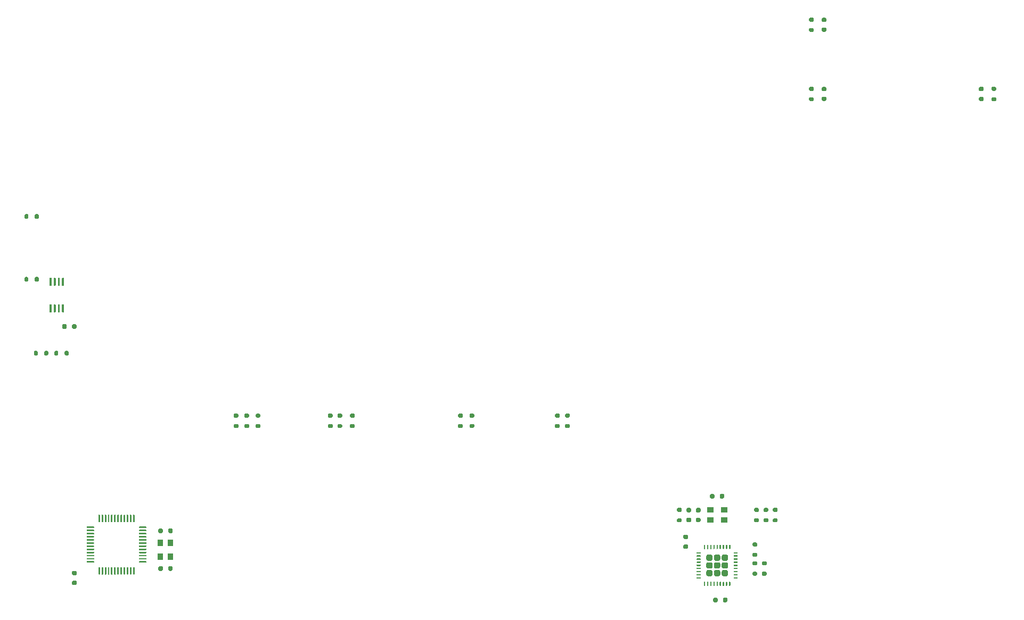
<source format=gtp>
G04 #@! TF.GenerationSoftware,KiCad,Pcbnew,5.1.8*
G04 #@! TF.CreationDate,2020-12-18T22:11:15+01:00*
G04 #@! TF.ProjectId,atx,6174782e-6b69-4636-9164-5f7063625858,rev?*
G04 #@! TF.SameCoordinates,Original*
G04 #@! TF.FileFunction,Paste,Top*
G04 #@! TF.FilePolarity,Positive*
%FSLAX46Y46*%
G04 Gerber Fmt 4.6, Leading zero omitted, Abs format (unit mm)*
G04 Created by KiCad (PCBNEW 5.1.8) date 2020-12-18 22:11:15*
%MOMM*%
%LPD*%
G01*
G04 APERTURE LIST*
%ADD10R,0.920000X1.120000*%
%ADD11R,1.120000X0.920000*%
G04 APERTURE END LIST*
G04 #@! TO.C,U2*
G36*
G01*
X18105000Y-104537500D02*
X17945000Y-104537500D01*
G75*
G02*
X17865000Y-104457500I0J80000D01*
G01*
X17865000Y-103317500D01*
G75*
G02*
X17945000Y-103237500I80000J0D01*
G01*
X18105000Y-103237500D01*
G75*
G02*
X18185000Y-103317500I0J-80000D01*
G01*
X18185000Y-104457500D01*
G75*
G02*
X18105000Y-104537500I-80000J0D01*
G01*
G37*
G36*
G01*
X18755000Y-104537500D02*
X18595000Y-104537500D01*
G75*
G02*
X18515000Y-104457500I0J80000D01*
G01*
X18515000Y-103317500D01*
G75*
G02*
X18595000Y-103237500I80000J0D01*
G01*
X18755000Y-103237500D01*
G75*
G02*
X18835000Y-103317500I0J-80000D01*
G01*
X18835000Y-104457500D01*
G75*
G02*
X18755000Y-104537500I-80000J0D01*
G01*
G37*
G36*
G01*
X19405000Y-104537500D02*
X19245000Y-104537500D01*
G75*
G02*
X19165000Y-104457500I0J80000D01*
G01*
X19165000Y-103317500D01*
G75*
G02*
X19245000Y-103237500I80000J0D01*
G01*
X19405000Y-103237500D01*
G75*
G02*
X19485000Y-103317500I0J-80000D01*
G01*
X19485000Y-104457500D01*
G75*
G02*
X19405000Y-104537500I-80000J0D01*
G01*
G37*
G36*
G01*
X20055000Y-104537500D02*
X19895000Y-104537500D01*
G75*
G02*
X19815000Y-104457500I0J80000D01*
G01*
X19815000Y-103317500D01*
G75*
G02*
X19895000Y-103237500I80000J0D01*
G01*
X20055000Y-103237500D01*
G75*
G02*
X20135000Y-103317500I0J-80000D01*
G01*
X20135000Y-104457500D01*
G75*
G02*
X20055000Y-104537500I-80000J0D01*
G01*
G37*
G36*
G01*
X20055000Y-108762500D02*
X19895000Y-108762500D01*
G75*
G02*
X19815000Y-108682500I0J80000D01*
G01*
X19815000Y-107542500D01*
G75*
G02*
X19895000Y-107462500I80000J0D01*
G01*
X20055000Y-107462500D01*
G75*
G02*
X20135000Y-107542500I0J-80000D01*
G01*
X20135000Y-108682500D01*
G75*
G02*
X20055000Y-108762500I-80000J0D01*
G01*
G37*
G36*
G01*
X19405000Y-108762500D02*
X19245000Y-108762500D01*
G75*
G02*
X19165000Y-108682500I0J80000D01*
G01*
X19165000Y-107542500D01*
G75*
G02*
X19245000Y-107462500I80000J0D01*
G01*
X19405000Y-107462500D01*
G75*
G02*
X19485000Y-107542500I0J-80000D01*
G01*
X19485000Y-108682500D01*
G75*
G02*
X19405000Y-108762500I-80000J0D01*
G01*
G37*
G36*
G01*
X18755000Y-108762500D02*
X18595000Y-108762500D01*
G75*
G02*
X18515000Y-108682500I0J80000D01*
G01*
X18515000Y-107542500D01*
G75*
G02*
X18595000Y-107462500I80000J0D01*
G01*
X18755000Y-107462500D01*
G75*
G02*
X18835000Y-107542500I0J-80000D01*
G01*
X18835000Y-108682500D01*
G75*
G02*
X18755000Y-108762500I-80000J0D01*
G01*
G37*
G36*
G01*
X18105000Y-108762500D02*
X17945000Y-108762500D01*
G75*
G02*
X17865000Y-108682500I0J80000D01*
G01*
X17865000Y-107542500D01*
G75*
G02*
X17945000Y-107462500I80000J0D01*
G01*
X18105000Y-107462500D01*
G75*
G02*
X18185000Y-107542500I0J-80000D01*
G01*
X18185000Y-108682500D01*
G75*
G02*
X18105000Y-108762500I-80000J0D01*
G01*
G37*
G04 #@! TD*
G04 #@! TO.C,R24*
G36*
G01*
X14495000Y-93280000D02*
X14495000Y-93720000D01*
G75*
G02*
X14335000Y-93880000I-160000J0D01*
G01*
X14015000Y-93880000D01*
G75*
G02*
X13855000Y-93720000I0J160000D01*
G01*
X13855000Y-93280000D01*
G75*
G02*
X14015000Y-93120000I160000J0D01*
G01*
X14335000Y-93120000D01*
G75*
G02*
X14495000Y-93280000I0J-160000D01*
G01*
G37*
G36*
G01*
X16145000Y-93280000D02*
X16145000Y-93720000D01*
G75*
G02*
X15985000Y-93880000I-160000J0D01*
G01*
X15665000Y-93880000D01*
G75*
G02*
X15505000Y-93720000I0J160000D01*
G01*
X15505000Y-93280000D01*
G75*
G02*
X15665000Y-93120000I160000J0D01*
G01*
X15985000Y-93120000D01*
G75*
G02*
X16145000Y-93280000I0J-160000D01*
G01*
G37*
G04 #@! TD*
G04 #@! TO.C,R23*
G36*
G01*
X14495000Y-103280000D02*
X14495000Y-103720000D01*
G75*
G02*
X14335000Y-103880000I-160000J0D01*
G01*
X14015000Y-103880000D01*
G75*
G02*
X13855000Y-103720000I0J160000D01*
G01*
X13855000Y-103280000D01*
G75*
G02*
X14015000Y-103120000I160000J0D01*
G01*
X14335000Y-103120000D01*
G75*
G02*
X14495000Y-103280000I0J-160000D01*
G01*
G37*
G36*
G01*
X16145000Y-103280000D02*
X16145000Y-103720000D01*
G75*
G02*
X15985000Y-103880000I-160000J0D01*
G01*
X15665000Y-103880000D01*
G75*
G02*
X15505000Y-103720000I0J160000D01*
G01*
X15505000Y-103280000D01*
G75*
G02*
X15665000Y-103120000I160000J0D01*
G01*
X15985000Y-103120000D01*
G75*
G02*
X16145000Y-103280000I0J-160000D01*
G01*
G37*
G04 #@! TD*
G04 #@! TO.C,R22*
G36*
G01*
X15995000Y-115030000D02*
X15995000Y-115470000D01*
G75*
G02*
X15835000Y-115630000I-160000J0D01*
G01*
X15515000Y-115630000D01*
G75*
G02*
X15355000Y-115470000I0J160000D01*
G01*
X15355000Y-115030000D01*
G75*
G02*
X15515000Y-114870000I160000J0D01*
G01*
X15835000Y-114870000D01*
G75*
G02*
X15995000Y-115030000I0J-160000D01*
G01*
G37*
G36*
G01*
X17645000Y-115030000D02*
X17645000Y-115470000D01*
G75*
G02*
X17485000Y-115630000I-160000J0D01*
G01*
X17165000Y-115630000D01*
G75*
G02*
X17005000Y-115470000I0J160000D01*
G01*
X17005000Y-115030000D01*
G75*
G02*
X17165000Y-114870000I160000J0D01*
G01*
X17485000Y-114870000D01*
G75*
G02*
X17645000Y-115030000I0J-160000D01*
G01*
G37*
G04 #@! TD*
G04 #@! TO.C,R21*
G36*
G01*
X20255000Y-115470000D02*
X20255000Y-115030000D01*
G75*
G02*
X20415000Y-114870000I160000J0D01*
G01*
X20735000Y-114870000D01*
G75*
G02*
X20895000Y-115030000I0J-160000D01*
G01*
X20895000Y-115470000D01*
G75*
G02*
X20735000Y-115630000I-160000J0D01*
G01*
X20415000Y-115630000D01*
G75*
G02*
X20255000Y-115470000I0J160000D01*
G01*
G37*
G36*
G01*
X18605000Y-115470000D02*
X18605000Y-115030000D01*
G75*
G02*
X18765000Y-114870000I160000J0D01*
G01*
X19085000Y-114870000D01*
G75*
G02*
X19245000Y-115030000I0J-160000D01*
G01*
X19245000Y-115470000D01*
G75*
G02*
X19085000Y-115630000I-160000J0D01*
G01*
X18765000Y-115630000D01*
G75*
G02*
X18605000Y-115470000I0J160000D01*
G01*
G37*
G04 #@! TD*
G04 #@! TO.C,C9*
G36*
G01*
X21415000Y-111200000D02*
X21415000Y-110800000D01*
G75*
G02*
X21595000Y-110620000I180000J0D01*
G01*
X21955000Y-110620000D01*
G75*
G02*
X22135000Y-110800000I0J-180000D01*
G01*
X22135000Y-111200000D01*
G75*
G02*
X21955000Y-111380000I-180000J0D01*
G01*
X21595000Y-111380000D01*
G75*
G02*
X21415000Y-111200000I0J180000D01*
G01*
G37*
G36*
G01*
X19865000Y-111200000D02*
X19865000Y-110800000D01*
G75*
G02*
X20045000Y-110620000I180000J0D01*
G01*
X20405000Y-110620000D01*
G75*
G02*
X20585000Y-110800000I0J-180000D01*
G01*
X20585000Y-111200000D01*
G75*
G02*
X20405000Y-111380000I-180000J0D01*
G01*
X20045000Y-111380000D01*
G75*
G02*
X19865000Y-111200000I0J180000D01*
G01*
G37*
G04 #@! TD*
G04 #@! TO.C,C6*
G36*
G01*
X36715000Y-149700000D02*
X36715000Y-149300000D01*
G75*
G02*
X36895000Y-149120000I180000J0D01*
G01*
X37255000Y-149120000D01*
G75*
G02*
X37435000Y-149300000I0J-180000D01*
G01*
X37435000Y-149700000D01*
G75*
G02*
X37255000Y-149880000I-180000J0D01*
G01*
X36895000Y-149880000D01*
G75*
G02*
X36715000Y-149700000I0J180000D01*
G01*
G37*
G36*
G01*
X35165000Y-149700000D02*
X35165000Y-149300000D01*
G75*
G02*
X35345000Y-149120000I180000J0D01*
G01*
X35705000Y-149120000D01*
G75*
G02*
X35885000Y-149300000I0J-180000D01*
G01*
X35885000Y-149700000D01*
G75*
G02*
X35705000Y-149880000I-180000J0D01*
G01*
X35345000Y-149880000D01*
G75*
G02*
X35165000Y-149700000I0J180000D01*
G01*
G37*
G04 #@! TD*
G04 #@! TO.C,C7*
G36*
G01*
X35885000Y-143300000D02*
X35885000Y-143700000D01*
G75*
G02*
X35705000Y-143880000I-180000J0D01*
G01*
X35345000Y-143880000D01*
G75*
G02*
X35165000Y-143700000I0J180000D01*
G01*
X35165000Y-143300000D01*
G75*
G02*
X35345000Y-143120000I180000J0D01*
G01*
X35705000Y-143120000D01*
G75*
G02*
X35885000Y-143300000I0J-180000D01*
G01*
G37*
G36*
G01*
X37435000Y-143300000D02*
X37435000Y-143700000D01*
G75*
G02*
X37255000Y-143880000I-180000J0D01*
G01*
X36895000Y-143880000D01*
G75*
G02*
X36715000Y-143700000I0J180000D01*
G01*
X36715000Y-143300000D01*
G75*
G02*
X36895000Y-143120000I180000J0D01*
G01*
X37255000Y-143120000D01*
G75*
G02*
X37435000Y-143300000I0J-180000D01*
G01*
G37*
G04 #@! TD*
G04 #@! TO.C,U1*
G36*
G01*
X33252500Y-148390000D02*
X33252500Y-148510000D01*
G75*
G02*
X33192500Y-148570000I-60000J0D01*
G01*
X32132500Y-148570000D01*
G75*
G02*
X32072500Y-148510000I0J60000D01*
G01*
X32072500Y-148390000D01*
G75*
G02*
X32132500Y-148330000I60000J0D01*
G01*
X33192500Y-148330000D01*
G75*
G02*
X33252500Y-148390000I0J-60000D01*
G01*
G37*
G36*
G01*
X33252500Y-147890000D02*
X33252500Y-148010000D01*
G75*
G02*
X33192500Y-148070000I-60000J0D01*
G01*
X32132500Y-148070000D01*
G75*
G02*
X32072500Y-148010000I0J60000D01*
G01*
X32072500Y-147890000D01*
G75*
G02*
X32132500Y-147830000I60000J0D01*
G01*
X33192500Y-147830000D01*
G75*
G02*
X33252500Y-147890000I0J-60000D01*
G01*
G37*
G36*
G01*
X33252500Y-147390000D02*
X33252500Y-147510000D01*
G75*
G02*
X33192500Y-147570000I-60000J0D01*
G01*
X32132500Y-147570000D01*
G75*
G02*
X32072500Y-147510000I0J60000D01*
G01*
X32072500Y-147390000D01*
G75*
G02*
X32132500Y-147330000I60000J0D01*
G01*
X33192500Y-147330000D01*
G75*
G02*
X33252500Y-147390000I0J-60000D01*
G01*
G37*
G36*
G01*
X33252500Y-146890000D02*
X33252500Y-147010000D01*
G75*
G02*
X33192500Y-147070000I-60000J0D01*
G01*
X32132500Y-147070000D01*
G75*
G02*
X32072500Y-147010000I0J60000D01*
G01*
X32072500Y-146890000D01*
G75*
G02*
X32132500Y-146830000I60000J0D01*
G01*
X33192500Y-146830000D01*
G75*
G02*
X33252500Y-146890000I0J-60000D01*
G01*
G37*
G36*
G01*
X33252500Y-146390000D02*
X33252500Y-146510000D01*
G75*
G02*
X33192500Y-146570000I-60000J0D01*
G01*
X32132500Y-146570000D01*
G75*
G02*
X32072500Y-146510000I0J60000D01*
G01*
X32072500Y-146390000D01*
G75*
G02*
X32132500Y-146330000I60000J0D01*
G01*
X33192500Y-146330000D01*
G75*
G02*
X33252500Y-146390000I0J-60000D01*
G01*
G37*
G36*
G01*
X33252500Y-145890000D02*
X33252500Y-146010000D01*
G75*
G02*
X33192500Y-146070000I-60000J0D01*
G01*
X32132500Y-146070000D01*
G75*
G02*
X32072500Y-146010000I0J60000D01*
G01*
X32072500Y-145890000D01*
G75*
G02*
X32132500Y-145830000I60000J0D01*
G01*
X33192500Y-145830000D01*
G75*
G02*
X33252500Y-145890000I0J-60000D01*
G01*
G37*
G36*
G01*
X33252500Y-145390000D02*
X33252500Y-145510000D01*
G75*
G02*
X33192500Y-145570000I-60000J0D01*
G01*
X32132500Y-145570000D01*
G75*
G02*
X32072500Y-145510000I0J60000D01*
G01*
X32072500Y-145390000D01*
G75*
G02*
X32132500Y-145330000I60000J0D01*
G01*
X33192500Y-145330000D01*
G75*
G02*
X33252500Y-145390000I0J-60000D01*
G01*
G37*
G36*
G01*
X33252500Y-144890000D02*
X33252500Y-145010000D01*
G75*
G02*
X33192500Y-145070000I-60000J0D01*
G01*
X32132500Y-145070000D01*
G75*
G02*
X32072500Y-145010000I0J60000D01*
G01*
X32072500Y-144890000D01*
G75*
G02*
X32132500Y-144830000I60000J0D01*
G01*
X33192500Y-144830000D01*
G75*
G02*
X33252500Y-144890000I0J-60000D01*
G01*
G37*
G36*
G01*
X33252500Y-144390000D02*
X33252500Y-144510000D01*
G75*
G02*
X33192500Y-144570000I-60000J0D01*
G01*
X32132500Y-144570000D01*
G75*
G02*
X32072500Y-144510000I0J60000D01*
G01*
X32072500Y-144390000D01*
G75*
G02*
X32132500Y-144330000I60000J0D01*
G01*
X33192500Y-144330000D01*
G75*
G02*
X33252500Y-144390000I0J-60000D01*
G01*
G37*
G36*
G01*
X33252500Y-143890000D02*
X33252500Y-144010000D01*
G75*
G02*
X33192500Y-144070000I-60000J0D01*
G01*
X32132500Y-144070000D01*
G75*
G02*
X32072500Y-144010000I0J60000D01*
G01*
X32072500Y-143890000D01*
G75*
G02*
X32132500Y-143830000I60000J0D01*
G01*
X33192500Y-143830000D01*
G75*
G02*
X33252500Y-143890000I0J-60000D01*
G01*
G37*
G36*
G01*
X33252500Y-143390000D02*
X33252500Y-143510000D01*
G75*
G02*
X33192500Y-143570000I-60000J0D01*
G01*
X32132500Y-143570000D01*
G75*
G02*
X32072500Y-143510000I0J60000D01*
G01*
X32072500Y-143390000D01*
G75*
G02*
X32132500Y-143330000I60000J0D01*
G01*
X33192500Y-143330000D01*
G75*
G02*
X33252500Y-143390000I0J-60000D01*
G01*
G37*
G36*
G01*
X33252500Y-142890000D02*
X33252500Y-143010000D01*
G75*
G02*
X33192500Y-143070000I-60000J0D01*
G01*
X32132500Y-143070000D01*
G75*
G02*
X32072500Y-143010000I0J60000D01*
G01*
X32072500Y-142890000D01*
G75*
G02*
X32132500Y-142830000I60000J0D01*
G01*
X33192500Y-142830000D01*
G75*
G02*
X33252500Y-142890000I0J-60000D01*
G01*
G37*
G36*
G01*
X31370000Y-141007500D02*
X31370000Y-142067500D01*
G75*
G02*
X31310000Y-142127500I-60000J0D01*
G01*
X31190000Y-142127500D01*
G75*
G02*
X31130000Y-142067500I0J60000D01*
G01*
X31130000Y-141007500D01*
G75*
G02*
X31190000Y-140947500I60000J0D01*
G01*
X31310000Y-140947500D01*
G75*
G02*
X31370000Y-141007500I0J-60000D01*
G01*
G37*
G36*
G01*
X30870000Y-141007500D02*
X30870000Y-142067500D01*
G75*
G02*
X30810000Y-142127500I-60000J0D01*
G01*
X30690000Y-142127500D01*
G75*
G02*
X30630000Y-142067500I0J60000D01*
G01*
X30630000Y-141007500D01*
G75*
G02*
X30690000Y-140947500I60000J0D01*
G01*
X30810000Y-140947500D01*
G75*
G02*
X30870000Y-141007500I0J-60000D01*
G01*
G37*
G36*
G01*
X30370000Y-141007500D02*
X30370000Y-142067500D01*
G75*
G02*
X30310000Y-142127500I-60000J0D01*
G01*
X30190000Y-142127500D01*
G75*
G02*
X30130000Y-142067500I0J60000D01*
G01*
X30130000Y-141007500D01*
G75*
G02*
X30190000Y-140947500I60000J0D01*
G01*
X30310000Y-140947500D01*
G75*
G02*
X30370000Y-141007500I0J-60000D01*
G01*
G37*
G36*
G01*
X29870000Y-141007500D02*
X29870000Y-142067500D01*
G75*
G02*
X29810000Y-142127500I-60000J0D01*
G01*
X29690000Y-142127500D01*
G75*
G02*
X29630000Y-142067500I0J60000D01*
G01*
X29630000Y-141007500D01*
G75*
G02*
X29690000Y-140947500I60000J0D01*
G01*
X29810000Y-140947500D01*
G75*
G02*
X29870000Y-141007500I0J-60000D01*
G01*
G37*
G36*
G01*
X29370000Y-141007500D02*
X29370000Y-142067500D01*
G75*
G02*
X29310000Y-142127500I-60000J0D01*
G01*
X29190000Y-142127500D01*
G75*
G02*
X29130000Y-142067500I0J60000D01*
G01*
X29130000Y-141007500D01*
G75*
G02*
X29190000Y-140947500I60000J0D01*
G01*
X29310000Y-140947500D01*
G75*
G02*
X29370000Y-141007500I0J-60000D01*
G01*
G37*
G36*
G01*
X28870000Y-141007500D02*
X28870000Y-142067500D01*
G75*
G02*
X28810000Y-142127500I-60000J0D01*
G01*
X28690000Y-142127500D01*
G75*
G02*
X28630000Y-142067500I0J60000D01*
G01*
X28630000Y-141007500D01*
G75*
G02*
X28690000Y-140947500I60000J0D01*
G01*
X28810000Y-140947500D01*
G75*
G02*
X28870000Y-141007500I0J-60000D01*
G01*
G37*
G36*
G01*
X28370000Y-141007500D02*
X28370000Y-142067500D01*
G75*
G02*
X28310000Y-142127500I-60000J0D01*
G01*
X28190000Y-142127500D01*
G75*
G02*
X28130000Y-142067500I0J60000D01*
G01*
X28130000Y-141007500D01*
G75*
G02*
X28190000Y-140947500I60000J0D01*
G01*
X28310000Y-140947500D01*
G75*
G02*
X28370000Y-141007500I0J-60000D01*
G01*
G37*
G36*
G01*
X27870000Y-141007500D02*
X27870000Y-142067500D01*
G75*
G02*
X27810000Y-142127500I-60000J0D01*
G01*
X27690000Y-142127500D01*
G75*
G02*
X27630000Y-142067500I0J60000D01*
G01*
X27630000Y-141007500D01*
G75*
G02*
X27690000Y-140947500I60000J0D01*
G01*
X27810000Y-140947500D01*
G75*
G02*
X27870000Y-141007500I0J-60000D01*
G01*
G37*
G36*
G01*
X27370000Y-141007500D02*
X27370000Y-142067500D01*
G75*
G02*
X27310000Y-142127500I-60000J0D01*
G01*
X27190000Y-142127500D01*
G75*
G02*
X27130000Y-142067500I0J60000D01*
G01*
X27130000Y-141007500D01*
G75*
G02*
X27190000Y-140947500I60000J0D01*
G01*
X27310000Y-140947500D01*
G75*
G02*
X27370000Y-141007500I0J-60000D01*
G01*
G37*
G36*
G01*
X26870000Y-141007500D02*
X26870000Y-142067500D01*
G75*
G02*
X26810000Y-142127500I-60000J0D01*
G01*
X26690000Y-142127500D01*
G75*
G02*
X26630000Y-142067500I0J60000D01*
G01*
X26630000Y-141007500D01*
G75*
G02*
X26690000Y-140947500I60000J0D01*
G01*
X26810000Y-140947500D01*
G75*
G02*
X26870000Y-141007500I0J-60000D01*
G01*
G37*
G36*
G01*
X26370000Y-141007500D02*
X26370000Y-142067500D01*
G75*
G02*
X26310000Y-142127500I-60000J0D01*
G01*
X26190000Y-142127500D01*
G75*
G02*
X26130000Y-142067500I0J60000D01*
G01*
X26130000Y-141007500D01*
G75*
G02*
X26190000Y-140947500I60000J0D01*
G01*
X26310000Y-140947500D01*
G75*
G02*
X26370000Y-141007500I0J-60000D01*
G01*
G37*
G36*
G01*
X25870000Y-141007500D02*
X25870000Y-142067500D01*
G75*
G02*
X25810000Y-142127500I-60000J0D01*
G01*
X25690000Y-142127500D01*
G75*
G02*
X25630000Y-142067500I0J60000D01*
G01*
X25630000Y-141007500D01*
G75*
G02*
X25690000Y-140947500I60000J0D01*
G01*
X25810000Y-140947500D01*
G75*
G02*
X25870000Y-141007500I0J-60000D01*
G01*
G37*
G36*
G01*
X24927500Y-142890000D02*
X24927500Y-143010000D01*
G75*
G02*
X24867500Y-143070000I-60000J0D01*
G01*
X23807500Y-143070000D01*
G75*
G02*
X23747500Y-143010000I0J60000D01*
G01*
X23747500Y-142890000D01*
G75*
G02*
X23807500Y-142830000I60000J0D01*
G01*
X24867500Y-142830000D01*
G75*
G02*
X24927500Y-142890000I0J-60000D01*
G01*
G37*
G36*
G01*
X24927500Y-143390000D02*
X24927500Y-143510000D01*
G75*
G02*
X24867500Y-143570000I-60000J0D01*
G01*
X23807500Y-143570000D01*
G75*
G02*
X23747500Y-143510000I0J60000D01*
G01*
X23747500Y-143390000D01*
G75*
G02*
X23807500Y-143330000I60000J0D01*
G01*
X24867500Y-143330000D01*
G75*
G02*
X24927500Y-143390000I0J-60000D01*
G01*
G37*
G36*
G01*
X24927500Y-143890000D02*
X24927500Y-144010000D01*
G75*
G02*
X24867500Y-144070000I-60000J0D01*
G01*
X23807500Y-144070000D01*
G75*
G02*
X23747500Y-144010000I0J60000D01*
G01*
X23747500Y-143890000D01*
G75*
G02*
X23807500Y-143830000I60000J0D01*
G01*
X24867500Y-143830000D01*
G75*
G02*
X24927500Y-143890000I0J-60000D01*
G01*
G37*
G36*
G01*
X24927500Y-144390000D02*
X24927500Y-144510000D01*
G75*
G02*
X24867500Y-144570000I-60000J0D01*
G01*
X23807500Y-144570000D01*
G75*
G02*
X23747500Y-144510000I0J60000D01*
G01*
X23747500Y-144390000D01*
G75*
G02*
X23807500Y-144330000I60000J0D01*
G01*
X24867500Y-144330000D01*
G75*
G02*
X24927500Y-144390000I0J-60000D01*
G01*
G37*
G36*
G01*
X24927500Y-144890000D02*
X24927500Y-145010000D01*
G75*
G02*
X24867500Y-145070000I-60000J0D01*
G01*
X23807500Y-145070000D01*
G75*
G02*
X23747500Y-145010000I0J60000D01*
G01*
X23747500Y-144890000D01*
G75*
G02*
X23807500Y-144830000I60000J0D01*
G01*
X24867500Y-144830000D01*
G75*
G02*
X24927500Y-144890000I0J-60000D01*
G01*
G37*
G36*
G01*
X24927500Y-145390000D02*
X24927500Y-145510000D01*
G75*
G02*
X24867500Y-145570000I-60000J0D01*
G01*
X23807500Y-145570000D01*
G75*
G02*
X23747500Y-145510000I0J60000D01*
G01*
X23747500Y-145390000D01*
G75*
G02*
X23807500Y-145330000I60000J0D01*
G01*
X24867500Y-145330000D01*
G75*
G02*
X24927500Y-145390000I0J-60000D01*
G01*
G37*
G36*
G01*
X24927500Y-145890000D02*
X24927500Y-146010000D01*
G75*
G02*
X24867500Y-146070000I-60000J0D01*
G01*
X23807500Y-146070000D01*
G75*
G02*
X23747500Y-146010000I0J60000D01*
G01*
X23747500Y-145890000D01*
G75*
G02*
X23807500Y-145830000I60000J0D01*
G01*
X24867500Y-145830000D01*
G75*
G02*
X24927500Y-145890000I0J-60000D01*
G01*
G37*
G36*
G01*
X24927500Y-146390000D02*
X24927500Y-146510000D01*
G75*
G02*
X24867500Y-146570000I-60000J0D01*
G01*
X23807500Y-146570000D01*
G75*
G02*
X23747500Y-146510000I0J60000D01*
G01*
X23747500Y-146390000D01*
G75*
G02*
X23807500Y-146330000I60000J0D01*
G01*
X24867500Y-146330000D01*
G75*
G02*
X24927500Y-146390000I0J-60000D01*
G01*
G37*
G36*
G01*
X24927500Y-146890000D02*
X24927500Y-147010000D01*
G75*
G02*
X24867500Y-147070000I-60000J0D01*
G01*
X23807500Y-147070000D01*
G75*
G02*
X23747500Y-147010000I0J60000D01*
G01*
X23747500Y-146890000D01*
G75*
G02*
X23807500Y-146830000I60000J0D01*
G01*
X24867500Y-146830000D01*
G75*
G02*
X24927500Y-146890000I0J-60000D01*
G01*
G37*
G36*
G01*
X24927500Y-147390000D02*
X24927500Y-147510000D01*
G75*
G02*
X24867500Y-147570000I-60000J0D01*
G01*
X23807500Y-147570000D01*
G75*
G02*
X23747500Y-147510000I0J60000D01*
G01*
X23747500Y-147390000D01*
G75*
G02*
X23807500Y-147330000I60000J0D01*
G01*
X24867500Y-147330000D01*
G75*
G02*
X24927500Y-147390000I0J-60000D01*
G01*
G37*
G36*
G01*
X24927500Y-147890000D02*
X24927500Y-148010000D01*
G75*
G02*
X24867500Y-148070000I-60000J0D01*
G01*
X23807500Y-148070000D01*
G75*
G02*
X23747500Y-148010000I0J60000D01*
G01*
X23747500Y-147890000D01*
G75*
G02*
X23807500Y-147830000I60000J0D01*
G01*
X24867500Y-147830000D01*
G75*
G02*
X24927500Y-147890000I0J-60000D01*
G01*
G37*
G36*
G01*
X24927500Y-148390000D02*
X24927500Y-148510000D01*
G75*
G02*
X24867500Y-148570000I-60000J0D01*
G01*
X23807500Y-148570000D01*
G75*
G02*
X23747500Y-148510000I0J60000D01*
G01*
X23747500Y-148390000D01*
G75*
G02*
X23807500Y-148330000I60000J0D01*
G01*
X24867500Y-148330000D01*
G75*
G02*
X24927500Y-148390000I0J-60000D01*
G01*
G37*
G36*
G01*
X25870000Y-149332500D02*
X25870000Y-150392500D01*
G75*
G02*
X25810000Y-150452500I-60000J0D01*
G01*
X25690000Y-150452500D01*
G75*
G02*
X25630000Y-150392500I0J60000D01*
G01*
X25630000Y-149332500D01*
G75*
G02*
X25690000Y-149272500I60000J0D01*
G01*
X25810000Y-149272500D01*
G75*
G02*
X25870000Y-149332500I0J-60000D01*
G01*
G37*
G36*
G01*
X26370000Y-149332500D02*
X26370000Y-150392500D01*
G75*
G02*
X26310000Y-150452500I-60000J0D01*
G01*
X26190000Y-150452500D01*
G75*
G02*
X26130000Y-150392500I0J60000D01*
G01*
X26130000Y-149332500D01*
G75*
G02*
X26190000Y-149272500I60000J0D01*
G01*
X26310000Y-149272500D01*
G75*
G02*
X26370000Y-149332500I0J-60000D01*
G01*
G37*
G36*
G01*
X26870000Y-149332500D02*
X26870000Y-150392500D01*
G75*
G02*
X26810000Y-150452500I-60000J0D01*
G01*
X26690000Y-150452500D01*
G75*
G02*
X26630000Y-150392500I0J60000D01*
G01*
X26630000Y-149332500D01*
G75*
G02*
X26690000Y-149272500I60000J0D01*
G01*
X26810000Y-149272500D01*
G75*
G02*
X26870000Y-149332500I0J-60000D01*
G01*
G37*
G36*
G01*
X27370000Y-149332500D02*
X27370000Y-150392500D01*
G75*
G02*
X27310000Y-150452500I-60000J0D01*
G01*
X27190000Y-150452500D01*
G75*
G02*
X27130000Y-150392500I0J60000D01*
G01*
X27130000Y-149332500D01*
G75*
G02*
X27190000Y-149272500I60000J0D01*
G01*
X27310000Y-149272500D01*
G75*
G02*
X27370000Y-149332500I0J-60000D01*
G01*
G37*
G36*
G01*
X27870000Y-149332500D02*
X27870000Y-150392500D01*
G75*
G02*
X27810000Y-150452500I-60000J0D01*
G01*
X27690000Y-150452500D01*
G75*
G02*
X27630000Y-150392500I0J60000D01*
G01*
X27630000Y-149332500D01*
G75*
G02*
X27690000Y-149272500I60000J0D01*
G01*
X27810000Y-149272500D01*
G75*
G02*
X27870000Y-149332500I0J-60000D01*
G01*
G37*
G36*
G01*
X28370000Y-149332500D02*
X28370000Y-150392500D01*
G75*
G02*
X28310000Y-150452500I-60000J0D01*
G01*
X28190000Y-150452500D01*
G75*
G02*
X28130000Y-150392500I0J60000D01*
G01*
X28130000Y-149332500D01*
G75*
G02*
X28190000Y-149272500I60000J0D01*
G01*
X28310000Y-149272500D01*
G75*
G02*
X28370000Y-149332500I0J-60000D01*
G01*
G37*
G36*
G01*
X28870000Y-149332500D02*
X28870000Y-150392500D01*
G75*
G02*
X28810000Y-150452500I-60000J0D01*
G01*
X28690000Y-150452500D01*
G75*
G02*
X28630000Y-150392500I0J60000D01*
G01*
X28630000Y-149332500D01*
G75*
G02*
X28690000Y-149272500I60000J0D01*
G01*
X28810000Y-149272500D01*
G75*
G02*
X28870000Y-149332500I0J-60000D01*
G01*
G37*
G36*
G01*
X29370000Y-149332500D02*
X29370000Y-150392500D01*
G75*
G02*
X29310000Y-150452500I-60000J0D01*
G01*
X29190000Y-150452500D01*
G75*
G02*
X29130000Y-150392500I0J60000D01*
G01*
X29130000Y-149332500D01*
G75*
G02*
X29190000Y-149272500I60000J0D01*
G01*
X29310000Y-149272500D01*
G75*
G02*
X29370000Y-149332500I0J-60000D01*
G01*
G37*
G36*
G01*
X29870000Y-149332500D02*
X29870000Y-150392500D01*
G75*
G02*
X29810000Y-150452500I-60000J0D01*
G01*
X29690000Y-150452500D01*
G75*
G02*
X29630000Y-150392500I0J60000D01*
G01*
X29630000Y-149332500D01*
G75*
G02*
X29690000Y-149272500I60000J0D01*
G01*
X29810000Y-149272500D01*
G75*
G02*
X29870000Y-149332500I0J-60000D01*
G01*
G37*
G36*
G01*
X30370000Y-149332500D02*
X30370000Y-150392500D01*
G75*
G02*
X30310000Y-150452500I-60000J0D01*
G01*
X30190000Y-150452500D01*
G75*
G02*
X30130000Y-150392500I0J60000D01*
G01*
X30130000Y-149332500D01*
G75*
G02*
X30190000Y-149272500I60000J0D01*
G01*
X30310000Y-149272500D01*
G75*
G02*
X30370000Y-149332500I0J-60000D01*
G01*
G37*
G36*
G01*
X30870000Y-149332500D02*
X30870000Y-150392500D01*
G75*
G02*
X30810000Y-150452500I-60000J0D01*
G01*
X30690000Y-150452500D01*
G75*
G02*
X30630000Y-150392500I0J60000D01*
G01*
X30630000Y-149332500D01*
G75*
G02*
X30690000Y-149272500I60000J0D01*
G01*
X30810000Y-149272500D01*
G75*
G02*
X30870000Y-149332500I0J-60000D01*
G01*
G37*
G36*
G01*
X31370000Y-149332500D02*
X31370000Y-150392500D01*
G75*
G02*
X31310000Y-150452500I-60000J0D01*
G01*
X31190000Y-150452500D01*
G75*
G02*
X31130000Y-150392500I0J60000D01*
G01*
X31130000Y-149332500D01*
G75*
G02*
X31190000Y-149272500I60000J0D01*
G01*
X31310000Y-149272500D01*
G75*
G02*
X31370000Y-149332500I0J-60000D01*
G01*
G37*
G04 #@! TD*
G04 #@! TO.C,C8*
G36*
G01*
X21600000Y-151415000D02*
X22000000Y-151415000D01*
G75*
G02*
X22180000Y-151595000I0J-180000D01*
G01*
X22180000Y-151955000D01*
G75*
G02*
X22000000Y-152135000I-180000J0D01*
G01*
X21600000Y-152135000D01*
G75*
G02*
X21420000Y-151955000I0J180000D01*
G01*
X21420000Y-151595000D01*
G75*
G02*
X21600000Y-151415000I180000J0D01*
G01*
G37*
G36*
G01*
X21600000Y-149865000D02*
X22000000Y-149865000D01*
G75*
G02*
X22180000Y-150045000I0J-180000D01*
G01*
X22180000Y-150405000D01*
G75*
G02*
X22000000Y-150585000I-180000J0D01*
G01*
X21600000Y-150585000D01*
G75*
G02*
X21420000Y-150405000I0J180000D01*
G01*
X21420000Y-150045000D01*
G75*
G02*
X21600000Y-149865000I180000J0D01*
G01*
G37*
G04 #@! TD*
D10*
G04 #@! TO.C,Y2*
X35500000Y-147600000D03*
X35500000Y-145400000D03*
X37100000Y-145400000D03*
X37100000Y-147600000D03*
G04 #@! TD*
G04 #@! TO.C,R20*
G36*
G01*
X47720000Y-125495000D02*
X47280000Y-125495000D01*
G75*
G02*
X47120000Y-125335000I0J160000D01*
G01*
X47120000Y-125015000D01*
G75*
G02*
X47280000Y-124855000I160000J0D01*
G01*
X47720000Y-124855000D01*
G75*
G02*
X47880000Y-125015000I0J-160000D01*
G01*
X47880000Y-125335000D01*
G75*
G02*
X47720000Y-125495000I-160000J0D01*
G01*
G37*
G36*
G01*
X47720000Y-127145000D02*
X47280000Y-127145000D01*
G75*
G02*
X47120000Y-126985000I0J160000D01*
G01*
X47120000Y-126665000D01*
G75*
G02*
X47280000Y-126505000I160000J0D01*
G01*
X47720000Y-126505000D01*
G75*
G02*
X47880000Y-126665000I0J-160000D01*
G01*
X47880000Y-126985000D01*
G75*
G02*
X47720000Y-127145000I-160000J0D01*
G01*
G37*
G04 #@! TD*
G04 #@! TO.C,R19*
G36*
G01*
X62280000Y-126505000D02*
X62720000Y-126505000D01*
G75*
G02*
X62880000Y-126665000I0J-160000D01*
G01*
X62880000Y-126985000D01*
G75*
G02*
X62720000Y-127145000I-160000J0D01*
G01*
X62280000Y-127145000D01*
G75*
G02*
X62120000Y-126985000I0J160000D01*
G01*
X62120000Y-126665000D01*
G75*
G02*
X62280000Y-126505000I160000J0D01*
G01*
G37*
G36*
G01*
X62280000Y-124855000D02*
X62720000Y-124855000D01*
G75*
G02*
X62880000Y-125015000I0J-160000D01*
G01*
X62880000Y-125335000D01*
G75*
G02*
X62720000Y-125495000I-160000J0D01*
G01*
X62280000Y-125495000D01*
G75*
G02*
X62120000Y-125335000I0J160000D01*
G01*
X62120000Y-125015000D01*
G75*
G02*
X62280000Y-124855000I160000J0D01*
G01*
G37*
G04 #@! TD*
G04 #@! TO.C,C4*
G36*
G01*
X124415000Y-138200000D02*
X124415000Y-137800000D01*
G75*
G02*
X124595000Y-137620000I180000J0D01*
G01*
X124955000Y-137620000D01*
G75*
G02*
X125135000Y-137800000I0J-180000D01*
G01*
X125135000Y-138200000D01*
G75*
G02*
X124955000Y-138380000I-180000J0D01*
G01*
X124595000Y-138380000D01*
G75*
G02*
X124415000Y-138200000I0J180000D01*
G01*
G37*
G36*
G01*
X122865000Y-138200000D02*
X122865000Y-137800000D01*
G75*
G02*
X123045000Y-137620000I180000J0D01*
G01*
X123405000Y-137620000D01*
G75*
G02*
X123585000Y-137800000I0J-180000D01*
G01*
X123585000Y-138200000D01*
G75*
G02*
X123405000Y-138380000I-180000J0D01*
G01*
X123045000Y-138380000D01*
G75*
G02*
X122865000Y-138200000I0J180000D01*
G01*
G37*
G04 #@! TD*
G04 #@! TO.C,C3*
G36*
G01*
X120800000Y-141415000D02*
X121200000Y-141415000D01*
G75*
G02*
X121380000Y-141595000I0J-180000D01*
G01*
X121380000Y-141955000D01*
G75*
G02*
X121200000Y-142135000I-180000J0D01*
G01*
X120800000Y-142135000D01*
G75*
G02*
X120620000Y-141955000I0J180000D01*
G01*
X120620000Y-141595000D01*
G75*
G02*
X120800000Y-141415000I180000J0D01*
G01*
G37*
G36*
G01*
X120800000Y-139865000D02*
X121200000Y-139865000D01*
G75*
G02*
X121380000Y-140045000I0J-180000D01*
G01*
X121380000Y-140405000D01*
G75*
G02*
X121200000Y-140585000I-180000J0D01*
G01*
X120800000Y-140585000D01*
G75*
G02*
X120620000Y-140405000I0J180000D01*
G01*
X120620000Y-140045000D01*
G75*
G02*
X120800000Y-139865000I180000J0D01*
G01*
G37*
G04 #@! TD*
G04 #@! TO.C,U4*
G36*
G01*
X124735000Y-150477500D02*
X124735000Y-149982500D01*
G75*
G02*
X124982500Y-149735000I247500J0D01*
G01*
X125477500Y-149735000D01*
G75*
G02*
X125725000Y-149982500I0J-247500D01*
G01*
X125725000Y-150477500D01*
G75*
G02*
X125477500Y-150725000I-247500J0D01*
G01*
X124982500Y-150725000D01*
G75*
G02*
X124735000Y-150477500I0J247500D01*
G01*
G37*
G36*
G01*
X124735000Y-149247500D02*
X124735000Y-148752500D01*
G75*
G02*
X124982500Y-148505000I247500J0D01*
G01*
X125477500Y-148505000D01*
G75*
G02*
X125725000Y-148752500I0J-247500D01*
G01*
X125725000Y-149247500D01*
G75*
G02*
X125477500Y-149495000I-247500J0D01*
G01*
X124982500Y-149495000D01*
G75*
G02*
X124735000Y-149247500I0J247500D01*
G01*
G37*
G36*
G01*
X124735000Y-148017500D02*
X124735000Y-147522500D01*
G75*
G02*
X124982500Y-147275000I247500J0D01*
G01*
X125477500Y-147275000D01*
G75*
G02*
X125725000Y-147522500I0J-247500D01*
G01*
X125725000Y-148017500D01*
G75*
G02*
X125477500Y-148265000I-247500J0D01*
G01*
X124982500Y-148265000D01*
G75*
G02*
X124735000Y-148017500I0J247500D01*
G01*
G37*
G36*
G01*
X123505000Y-150477500D02*
X123505000Y-149982500D01*
G75*
G02*
X123752500Y-149735000I247500J0D01*
G01*
X124247500Y-149735000D01*
G75*
G02*
X124495000Y-149982500I0J-247500D01*
G01*
X124495000Y-150477500D01*
G75*
G02*
X124247500Y-150725000I-247500J0D01*
G01*
X123752500Y-150725000D01*
G75*
G02*
X123505000Y-150477500I0J247500D01*
G01*
G37*
G36*
G01*
X123505000Y-149247500D02*
X123505000Y-148752500D01*
G75*
G02*
X123752500Y-148505000I247500J0D01*
G01*
X124247500Y-148505000D01*
G75*
G02*
X124495000Y-148752500I0J-247500D01*
G01*
X124495000Y-149247500D01*
G75*
G02*
X124247500Y-149495000I-247500J0D01*
G01*
X123752500Y-149495000D01*
G75*
G02*
X123505000Y-149247500I0J247500D01*
G01*
G37*
G36*
G01*
X123505000Y-148017500D02*
X123505000Y-147522500D01*
G75*
G02*
X123752500Y-147275000I247500J0D01*
G01*
X124247500Y-147275000D01*
G75*
G02*
X124495000Y-147522500I0J-247500D01*
G01*
X124495000Y-148017500D01*
G75*
G02*
X124247500Y-148265000I-247500J0D01*
G01*
X123752500Y-148265000D01*
G75*
G02*
X123505000Y-148017500I0J247500D01*
G01*
G37*
G36*
G01*
X122275000Y-150477500D02*
X122275000Y-149982500D01*
G75*
G02*
X122522500Y-149735000I247500J0D01*
G01*
X123017500Y-149735000D01*
G75*
G02*
X123265000Y-149982500I0J-247500D01*
G01*
X123265000Y-150477500D01*
G75*
G02*
X123017500Y-150725000I-247500J0D01*
G01*
X122522500Y-150725000D01*
G75*
G02*
X122275000Y-150477500I0J247500D01*
G01*
G37*
G36*
G01*
X122275000Y-149247500D02*
X122275000Y-148752500D01*
G75*
G02*
X122522500Y-148505000I247500J0D01*
G01*
X123017500Y-148505000D01*
G75*
G02*
X123265000Y-148752500I0J-247500D01*
G01*
X123265000Y-149247500D01*
G75*
G02*
X123017500Y-149495000I-247500J0D01*
G01*
X122522500Y-149495000D01*
G75*
G02*
X122275000Y-149247500I0J247500D01*
G01*
G37*
G36*
G01*
X122275000Y-148017500D02*
X122275000Y-147522500D01*
G75*
G02*
X122522500Y-147275000I247500J0D01*
G01*
X123017500Y-147275000D01*
G75*
G02*
X123265000Y-147522500I0J-247500D01*
G01*
X123265000Y-148017500D01*
G75*
G02*
X123017500Y-148265000I-247500J0D01*
G01*
X122522500Y-148265000D01*
G75*
G02*
X122275000Y-148017500I0J247500D01*
G01*
G37*
G36*
G01*
X121900000Y-146342500D02*
X121900000Y-145782500D01*
G75*
G02*
X121950000Y-145732500I50000J0D01*
G01*
X122050000Y-145732500D01*
G75*
G02*
X122100000Y-145782500I0J-50000D01*
G01*
X122100000Y-146342500D01*
G75*
G02*
X122050000Y-146392500I-50000J0D01*
G01*
X121950000Y-146392500D01*
G75*
G02*
X121900000Y-146342500I0J50000D01*
G01*
G37*
G36*
G01*
X122400000Y-146342500D02*
X122400000Y-145782500D01*
G75*
G02*
X122450000Y-145732500I50000J0D01*
G01*
X122550000Y-145732500D01*
G75*
G02*
X122600000Y-145782500I0J-50000D01*
G01*
X122600000Y-146342500D01*
G75*
G02*
X122550000Y-146392500I-50000J0D01*
G01*
X122450000Y-146392500D01*
G75*
G02*
X122400000Y-146342500I0J50000D01*
G01*
G37*
G36*
G01*
X122900000Y-146342500D02*
X122900000Y-145782500D01*
G75*
G02*
X122950000Y-145732500I50000J0D01*
G01*
X123050000Y-145732500D01*
G75*
G02*
X123100000Y-145782500I0J-50000D01*
G01*
X123100000Y-146342500D01*
G75*
G02*
X123050000Y-146392500I-50000J0D01*
G01*
X122950000Y-146392500D01*
G75*
G02*
X122900000Y-146342500I0J50000D01*
G01*
G37*
G36*
G01*
X123400000Y-146342500D02*
X123400000Y-145782500D01*
G75*
G02*
X123450000Y-145732500I50000J0D01*
G01*
X123550000Y-145732500D01*
G75*
G02*
X123600000Y-145782500I0J-50000D01*
G01*
X123600000Y-146342500D01*
G75*
G02*
X123550000Y-146392500I-50000J0D01*
G01*
X123450000Y-146392500D01*
G75*
G02*
X123400000Y-146342500I0J50000D01*
G01*
G37*
G36*
G01*
X123900000Y-146342500D02*
X123900000Y-145782500D01*
G75*
G02*
X123950000Y-145732500I50000J0D01*
G01*
X124050000Y-145732500D01*
G75*
G02*
X124100000Y-145782500I0J-50000D01*
G01*
X124100000Y-146342500D01*
G75*
G02*
X124050000Y-146392500I-50000J0D01*
G01*
X123950000Y-146392500D01*
G75*
G02*
X123900000Y-146342500I0J50000D01*
G01*
G37*
G36*
G01*
X124400000Y-146342500D02*
X124400000Y-145782500D01*
G75*
G02*
X124450000Y-145732500I50000J0D01*
G01*
X124550000Y-145732500D01*
G75*
G02*
X124600000Y-145782500I0J-50000D01*
G01*
X124600000Y-146342500D01*
G75*
G02*
X124550000Y-146392500I-50000J0D01*
G01*
X124450000Y-146392500D01*
G75*
G02*
X124400000Y-146342500I0J50000D01*
G01*
G37*
G36*
G01*
X124900000Y-146342500D02*
X124900000Y-145782500D01*
G75*
G02*
X124950000Y-145732500I50000J0D01*
G01*
X125050000Y-145732500D01*
G75*
G02*
X125100000Y-145782500I0J-50000D01*
G01*
X125100000Y-146342500D01*
G75*
G02*
X125050000Y-146392500I-50000J0D01*
G01*
X124950000Y-146392500D01*
G75*
G02*
X124900000Y-146342500I0J50000D01*
G01*
G37*
G36*
G01*
X125400000Y-146342500D02*
X125400000Y-145782500D01*
G75*
G02*
X125450000Y-145732500I50000J0D01*
G01*
X125550000Y-145732500D01*
G75*
G02*
X125600000Y-145782500I0J-50000D01*
G01*
X125600000Y-146342500D01*
G75*
G02*
X125550000Y-146392500I-50000J0D01*
G01*
X125450000Y-146392500D01*
G75*
G02*
X125400000Y-146342500I0J50000D01*
G01*
G37*
G36*
G01*
X125900000Y-146342500D02*
X125900000Y-145782500D01*
G75*
G02*
X125950000Y-145732500I50000J0D01*
G01*
X126050000Y-145732500D01*
G75*
G02*
X126100000Y-145782500I0J-50000D01*
G01*
X126100000Y-146342500D01*
G75*
G02*
X126050000Y-146392500I-50000J0D01*
G01*
X125950000Y-146392500D01*
G75*
G02*
X125900000Y-146342500I0J50000D01*
G01*
G37*
G36*
G01*
X126607500Y-147050000D02*
X126607500Y-146950000D01*
G75*
G02*
X126657500Y-146900000I50000J0D01*
G01*
X127217500Y-146900000D01*
G75*
G02*
X127267500Y-146950000I0J-50000D01*
G01*
X127267500Y-147050000D01*
G75*
G02*
X127217500Y-147100000I-50000J0D01*
G01*
X126657500Y-147100000D01*
G75*
G02*
X126607500Y-147050000I0J50000D01*
G01*
G37*
G36*
G01*
X126607500Y-147550000D02*
X126607500Y-147450000D01*
G75*
G02*
X126657500Y-147400000I50000J0D01*
G01*
X127217500Y-147400000D01*
G75*
G02*
X127267500Y-147450000I0J-50000D01*
G01*
X127267500Y-147550000D01*
G75*
G02*
X127217500Y-147600000I-50000J0D01*
G01*
X126657500Y-147600000D01*
G75*
G02*
X126607500Y-147550000I0J50000D01*
G01*
G37*
G36*
G01*
X126607500Y-148050000D02*
X126607500Y-147950000D01*
G75*
G02*
X126657500Y-147900000I50000J0D01*
G01*
X127217500Y-147900000D01*
G75*
G02*
X127267500Y-147950000I0J-50000D01*
G01*
X127267500Y-148050000D01*
G75*
G02*
X127217500Y-148100000I-50000J0D01*
G01*
X126657500Y-148100000D01*
G75*
G02*
X126607500Y-148050000I0J50000D01*
G01*
G37*
G36*
G01*
X126607500Y-148550000D02*
X126607500Y-148450000D01*
G75*
G02*
X126657500Y-148400000I50000J0D01*
G01*
X127217500Y-148400000D01*
G75*
G02*
X127267500Y-148450000I0J-50000D01*
G01*
X127267500Y-148550000D01*
G75*
G02*
X127217500Y-148600000I-50000J0D01*
G01*
X126657500Y-148600000D01*
G75*
G02*
X126607500Y-148550000I0J50000D01*
G01*
G37*
G36*
G01*
X126607500Y-149050000D02*
X126607500Y-148950000D01*
G75*
G02*
X126657500Y-148900000I50000J0D01*
G01*
X127217500Y-148900000D01*
G75*
G02*
X127267500Y-148950000I0J-50000D01*
G01*
X127267500Y-149050000D01*
G75*
G02*
X127217500Y-149100000I-50000J0D01*
G01*
X126657500Y-149100000D01*
G75*
G02*
X126607500Y-149050000I0J50000D01*
G01*
G37*
G36*
G01*
X126607500Y-149550000D02*
X126607500Y-149450000D01*
G75*
G02*
X126657500Y-149400000I50000J0D01*
G01*
X127217500Y-149400000D01*
G75*
G02*
X127267500Y-149450000I0J-50000D01*
G01*
X127267500Y-149550000D01*
G75*
G02*
X127217500Y-149600000I-50000J0D01*
G01*
X126657500Y-149600000D01*
G75*
G02*
X126607500Y-149550000I0J50000D01*
G01*
G37*
G36*
G01*
X126607500Y-150050000D02*
X126607500Y-149950000D01*
G75*
G02*
X126657500Y-149900000I50000J0D01*
G01*
X127217500Y-149900000D01*
G75*
G02*
X127267500Y-149950000I0J-50000D01*
G01*
X127267500Y-150050000D01*
G75*
G02*
X127217500Y-150100000I-50000J0D01*
G01*
X126657500Y-150100000D01*
G75*
G02*
X126607500Y-150050000I0J50000D01*
G01*
G37*
G36*
G01*
X126607500Y-150550000D02*
X126607500Y-150450000D01*
G75*
G02*
X126657500Y-150400000I50000J0D01*
G01*
X127217500Y-150400000D01*
G75*
G02*
X127267500Y-150450000I0J-50000D01*
G01*
X127267500Y-150550000D01*
G75*
G02*
X127217500Y-150600000I-50000J0D01*
G01*
X126657500Y-150600000D01*
G75*
G02*
X126607500Y-150550000I0J50000D01*
G01*
G37*
G36*
G01*
X126607500Y-151050000D02*
X126607500Y-150950000D01*
G75*
G02*
X126657500Y-150900000I50000J0D01*
G01*
X127217500Y-150900000D01*
G75*
G02*
X127267500Y-150950000I0J-50000D01*
G01*
X127267500Y-151050000D01*
G75*
G02*
X127217500Y-151100000I-50000J0D01*
G01*
X126657500Y-151100000D01*
G75*
G02*
X126607500Y-151050000I0J50000D01*
G01*
G37*
G36*
G01*
X125900000Y-152217500D02*
X125900000Y-151657500D01*
G75*
G02*
X125950000Y-151607500I50000J0D01*
G01*
X126050000Y-151607500D01*
G75*
G02*
X126100000Y-151657500I0J-50000D01*
G01*
X126100000Y-152217500D01*
G75*
G02*
X126050000Y-152267500I-50000J0D01*
G01*
X125950000Y-152267500D01*
G75*
G02*
X125900000Y-152217500I0J50000D01*
G01*
G37*
G36*
G01*
X125400000Y-152217500D02*
X125400000Y-151657500D01*
G75*
G02*
X125450000Y-151607500I50000J0D01*
G01*
X125550000Y-151607500D01*
G75*
G02*
X125600000Y-151657500I0J-50000D01*
G01*
X125600000Y-152217500D01*
G75*
G02*
X125550000Y-152267500I-50000J0D01*
G01*
X125450000Y-152267500D01*
G75*
G02*
X125400000Y-152217500I0J50000D01*
G01*
G37*
G36*
G01*
X124900000Y-152217500D02*
X124900000Y-151657500D01*
G75*
G02*
X124950000Y-151607500I50000J0D01*
G01*
X125050000Y-151607500D01*
G75*
G02*
X125100000Y-151657500I0J-50000D01*
G01*
X125100000Y-152217500D01*
G75*
G02*
X125050000Y-152267500I-50000J0D01*
G01*
X124950000Y-152267500D01*
G75*
G02*
X124900000Y-152217500I0J50000D01*
G01*
G37*
G36*
G01*
X124400000Y-152217500D02*
X124400000Y-151657500D01*
G75*
G02*
X124450000Y-151607500I50000J0D01*
G01*
X124550000Y-151607500D01*
G75*
G02*
X124600000Y-151657500I0J-50000D01*
G01*
X124600000Y-152217500D01*
G75*
G02*
X124550000Y-152267500I-50000J0D01*
G01*
X124450000Y-152267500D01*
G75*
G02*
X124400000Y-152217500I0J50000D01*
G01*
G37*
G36*
G01*
X123900000Y-152217500D02*
X123900000Y-151657500D01*
G75*
G02*
X123950000Y-151607500I50000J0D01*
G01*
X124050000Y-151607500D01*
G75*
G02*
X124100000Y-151657500I0J-50000D01*
G01*
X124100000Y-152217500D01*
G75*
G02*
X124050000Y-152267500I-50000J0D01*
G01*
X123950000Y-152267500D01*
G75*
G02*
X123900000Y-152217500I0J50000D01*
G01*
G37*
G36*
G01*
X123400000Y-152217500D02*
X123400000Y-151657500D01*
G75*
G02*
X123450000Y-151607500I50000J0D01*
G01*
X123550000Y-151607500D01*
G75*
G02*
X123600000Y-151657500I0J-50000D01*
G01*
X123600000Y-152217500D01*
G75*
G02*
X123550000Y-152267500I-50000J0D01*
G01*
X123450000Y-152267500D01*
G75*
G02*
X123400000Y-152217500I0J50000D01*
G01*
G37*
G36*
G01*
X122900000Y-152217500D02*
X122900000Y-151657500D01*
G75*
G02*
X122950000Y-151607500I50000J0D01*
G01*
X123050000Y-151607500D01*
G75*
G02*
X123100000Y-151657500I0J-50000D01*
G01*
X123100000Y-152217500D01*
G75*
G02*
X123050000Y-152267500I-50000J0D01*
G01*
X122950000Y-152267500D01*
G75*
G02*
X122900000Y-152217500I0J50000D01*
G01*
G37*
G36*
G01*
X122400000Y-152217500D02*
X122400000Y-151657500D01*
G75*
G02*
X122450000Y-151607500I50000J0D01*
G01*
X122550000Y-151607500D01*
G75*
G02*
X122600000Y-151657500I0J-50000D01*
G01*
X122600000Y-152217500D01*
G75*
G02*
X122550000Y-152267500I-50000J0D01*
G01*
X122450000Y-152267500D01*
G75*
G02*
X122400000Y-152217500I0J50000D01*
G01*
G37*
G36*
G01*
X121900000Y-152217500D02*
X121900000Y-151657500D01*
G75*
G02*
X121950000Y-151607500I50000J0D01*
G01*
X122050000Y-151607500D01*
G75*
G02*
X122100000Y-151657500I0J-50000D01*
G01*
X122100000Y-152217500D01*
G75*
G02*
X122050000Y-152267500I-50000J0D01*
G01*
X121950000Y-152267500D01*
G75*
G02*
X121900000Y-152217500I0J50000D01*
G01*
G37*
G36*
G01*
X120732500Y-151050000D02*
X120732500Y-150950000D01*
G75*
G02*
X120782500Y-150900000I50000J0D01*
G01*
X121342500Y-150900000D01*
G75*
G02*
X121392500Y-150950000I0J-50000D01*
G01*
X121392500Y-151050000D01*
G75*
G02*
X121342500Y-151100000I-50000J0D01*
G01*
X120782500Y-151100000D01*
G75*
G02*
X120732500Y-151050000I0J50000D01*
G01*
G37*
G36*
G01*
X120732500Y-150550000D02*
X120732500Y-150450000D01*
G75*
G02*
X120782500Y-150400000I50000J0D01*
G01*
X121342500Y-150400000D01*
G75*
G02*
X121392500Y-150450000I0J-50000D01*
G01*
X121392500Y-150550000D01*
G75*
G02*
X121342500Y-150600000I-50000J0D01*
G01*
X120782500Y-150600000D01*
G75*
G02*
X120732500Y-150550000I0J50000D01*
G01*
G37*
G36*
G01*
X120732500Y-150050000D02*
X120732500Y-149950000D01*
G75*
G02*
X120782500Y-149900000I50000J0D01*
G01*
X121342500Y-149900000D01*
G75*
G02*
X121392500Y-149950000I0J-50000D01*
G01*
X121392500Y-150050000D01*
G75*
G02*
X121342500Y-150100000I-50000J0D01*
G01*
X120782500Y-150100000D01*
G75*
G02*
X120732500Y-150050000I0J50000D01*
G01*
G37*
G36*
G01*
X120732500Y-149550000D02*
X120732500Y-149450000D01*
G75*
G02*
X120782500Y-149400000I50000J0D01*
G01*
X121342500Y-149400000D01*
G75*
G02*
X121392500Y-149450000I0J-50000D01*
G01*
X121392500Y-149550000D01*
G75*
G02*
X121342500Y-149600000I-50000J0D01*
G01*
X120782500Y-149600000D01*
G75*
G02*
X120732500Y-149550000I0J50000D01*
G01*
G37*
G36*
G01*
X120732500Y-149050000D02*
X120732500Y-148950000D01*
G75*
G02*
X120782500Y-148900000I50000J0D01*
G01*
X121342500Y-148900000D01*
G75*
G02*
X121392500Y-148950000I0J-50000D01*
G01*
X121392500Y-149050000D01*
G75*
G02*
X121342500Y-149100000I-50000J0D01*
G01*
X120782500Y-149100000D01*
G75*
G02*
X120732500Y-149050000I0J50000D01*
G01*
G37*
G36*
G01*
X120732500Y-148550000D02*
X120732500Y-148450000D01*
G75*
G02*
X120782500Y-148400000I50000J0D01*
G01*
X121342500Y-148400000D01*
G75*
G02*
X121392500Y-148450000I0J-50000D01*
G01*
X121392500Y-148550000D01*
G75*
G02*
X121342500Y-148600000I-50000J0D01*
G01*
X120782500Y-148600000D01*
G75*
G02*
X120732500Y-148550000I0J50000D01*
G01*
G37*
G36*
G01*
X120732500Y-148050000D02*
X120732500Y-147950000D01*
G75*
G02*
X120782500Y-147900000I50000J0D01*
G01*
X121342500Y-147900000D01*
G75*
G02*
X121392500Y-147950000I0J-50000D01*
G01*
X121392500Y-148050000D01*
G75*
G02*
X121342500Y-148100000I-50000J0D01*
G01*
X120782500Y-148100000D01*
G75*
G02*
X120732500Y-148050000I0J50000D01*
G01*
G37*
G36*
G01*
X120732500Y-147550000D02*
X120732500Y-147450000D01*
G75*
G02*
X120782500Y-147400000I50000J0D01*
G01*
X121342500Y-147400000D01*
G75*
G02*
X121392500Y-147450000I0J-50000D01*
G01*
X121392500Y-147550000D01*
G75*
G02*
X121342500Y-147600000I-50000J0D01*
G01*
X120782500Y-147600000D01*
G75*
G02*
X120732500Y-147550000I0J50000D01*
G01*
G37*
G36*
G01*
X120732500Y-147050000D02*
X120732500Y-146950000D01*
G75*
G02*
X120782500Y-146900000I50000J0D01*
G01*
X121342500Y-146900000D01*
G75*
G02*
X121392500Y-146950000I0J-50000D01*
G01*
X121392500Y-147050000D01*
G75*
G02*
X121342500Y-147100000I-50000J0D01*
G01*
X120782500Y-147100000D01*
G75*
G02*
X120732500Y-147050000I0J50000D01*
G01*
G37*
G04 #@! TD*
G04 #@! TO.C,R11*
G36*
G01*
X130220000Y-148995000D02*
X129780000Y-148995000D01*
G75*
G02*
X129620000Y-148835000I0J160000D01*
G01*
X129620000Y-148515000D01*
G75*
G02*
X129780000Y-148355000I160000J0D01*
G01*
X130220000Y-148355000D01*
G75*
G02*
X130380000Y-148515000I0J-160000D01*
G01*
X130380000Y-148835000D01*
G75*
G02*
X130220000Y-148995000I-160000J0D01*
G01*
G37*
G36*
G01*
X130220000Y-150645000D02*
X129780000Y-150645000D01*
G75*
G02*
X129620000Y-150485000I0J160000D01*
G01*
X129620000Y-150165000D01*
G75*
G02*
X129780000Y-150005000I160000J0D01*
G01*
X130220000Y-150005000D01*
G75*
G02*
X130380000Y-150165000I0J-160000D01*
G01*
X130380000Y-150485000D01*
G75*
G02*
X130220000Y-150645000I-160000J0D01*
G01*
G37*
G04 #@! TD*
G04 #@! TO.C,R9*
G36*
G01*
X133470000Y-140495000D02*
X133030000Y-140495000D01*
G75*
G02*
X132870000Y-140335000I0J160000D01*
G01*
X132870000Y-140015000D01*
G75*
G02*
X133030000Y-139855000I160000J0D01*
G01*
X133470000Y-139855000D01*
G75*
G02*
X133630000Y-140015000I0J-160000D01*
G01*
X133630000Y-140335000D01*
G75*
G02*
X133470000Y-140495000I-160000J0D01*
G01*
G37*
G36*
G01*
X133470000Y-142145000D02*
X133030000Y-142145000D01*
G75*
G02*
X132870000Y-141985000I0J160000D01*
G01*
X132870000Y-141665000D01*
G75*
G02*
X133030000Y-141505000I160000J0D01*
G01*
X133470000Y-141505000D01*
G75*
G02*
X133630000Y-141665000I0J-160000D01*
G01*
X133630000Y-141985000D01*
G75*
G02*
X133470000Y-142145000I-160000J0D01*
G01*
G37*
G04 #@! TD*
G04 #@! TO.C,R15*
G36*
G01*
X63780000Y-126505000D02*
X64220000Y-126505000D01*
G75*
G02*
X64380000Y-126665000I0J-160000D01*
G01*
X64380000Y-126985000D01*
G75*
G02*
X64220000Y-127145000I-160000J0D01*
G01*
X63780000Y-127145000D01*
G75*
G02*
X63620000Y-126985000I0J160000D01*
G01*
X63620000Y-126665000D01*
G75*
G02*
X63780000Y-126505000I160000J0D01*
G01*
G37*
G36*
G01*
X63780000Y-124855000D02*
X64220000Y-124855000D01*
G75*
G02*
X64380000Y-125015000I0J-160000D01*
G01*
X64380000Y-125335000D01*
G75*
G02*
X64220000Y-125495000I-160000J0D01*
G01*
X63780000Y-125495000D01*
G75*
G02*
X63620000Y-125335000I0J160000D01*
G01*
X63620000Y-125015000D01*
G75*
G02*
X63780000Y-124855000I160000J0D01*
G01*
G37*
G04 #@! TD*
G04 #@! TO.C,R10*
G36*
G01*
X130220000Y-145995000D02*
X129780000Y-145995000D01*
G75*
G02*
X129620000Y-145835000I0J160000D01*
G01*
X129620000Y-145515000D01*
G75*
G02*
X129780000Y-145355000I160000J0D01*
G01*
X130220000Y-145355000D01*
G75*
G02*
X130380000Y-145515000I0J-160000D01*
G01*
X130380000Y-145835000D01*
G75*
G02*
X130220000Y-145995000I-160000J0D01*
G01*
G37*
G36*
G01*
X130220000Y-147645000D02*
X129780000Y-147645000D01*
G75*
G02*
X129620000Y-147485000I0J160000D01*
G01*
X129620000Y-147165000D01*
G75*
G02*
X129780000Y-147005000I160000J0D01*
G01*
X130220000Y-147005000D01*
G75*
G02*
X130380000Y-147165000I0J-160000D01*
G01*
X130380000Y-147485000D01*
G75*
G02*
X130220000Y-147645000I-160000J0D01*
G01*
G37*
G04 #@! TD*
D11*
G04 #@! TO.C,Y1*
X122900000Y-141800000D03*
X125100000Y-141800000D03*
X125100000Y-140200000D03*
X122900000Y-140200000D03*
G04 #@! TD*
G04 #@! TO.C,R5*
G36*
G01*
X118220000Y-140495000D02*
X117780000Y-140495000D01*
G75*
G02*
X117620000Y-140335000I0J160000D01*
G01*
X117620000Y-140015000D01*
G75*
G02*
X117780000Y-139855000I160000J0D01*
G01*
X118220000Y-139855000D01*
G75*
G02*
X118380000Y-140015000I0J-160000D01*
G01*
X118380000Y-140335000D01*
G75*
G02*
X118220000Y-140495000I-160000J0D01*
G01*
G37*
G36*
G01*
X118220000Y-142145000D02*
X117780000Y-142145000D01*
G75*
G02*
X117620000Y-141985000I0J160000D01*
G01*
X117620000Y-141665000D01*
G75*
G02*
X117780000Y-141505000I160000J0D01*
G01*
X118220000Y-141505000D01*
G75*
G02*
X118380000Y-141665000I0J-160000D01*
G01*
X118380000Y-141985000D01*
G75*
G02*
X118220000Y-142145000I-160000J0D01*
G01*
G37*
G04 #@! TD*
G04 #@! TO.C,R2*
G36*
G01*
X99980000Y-126505000D02*
X100420000Y-126505000D01*
G75*
G02*
X100580000Y-126665000I0J-160000D01*
G01*
X100580000Y-126985000D01*
G75*
G02*
X100420000Y-127145000I-160000J0D01*
G01*
X99980000Y-127145000D01*
G75*
G02*
X99820000Y-126985000I0J160000D01*
G01*
X99820000Y-126665000D01*
G75*
G02*
X99980000Y-126505000I160000J0D01*
G01*
G37*
G36*
G01*
X99980000Y-124855000D02*
X100420000Y-124855000D01*
G75*
G02*
X100580000Y-125015000I0J-160000D01*
G01*
X100580000Y-125335000D01*
G75*
G02*
X100420000Y-125495000I-160000J0D01*
G01*
X99980000Y-125495000D01*
G75*
G02*
X99820000Y-125335000I0J160000D01*
G01*
X99820000Y-125015000D01*
G75*
G02*
X99980000Y-124855000I160000J0D01*
G01*
G37*
G04 #@! TD*
G04 #@! TO.C,R4*
G36*
G01*
X98380000Y-126505000D02*
X98820000Y-126505000D01*
G75*
G02*
X98980000Y-126665000I0J-160000D01*
G01*
X98980000Y-126985000D01*
G75*
G02*
X98820000Y-127145000I-160000J0D01*
G01*
X98380000Y-127145000D01*
G75*
G02*
X98220000Y-126985000I0J160000D01*
G01*
X98220000Y-126665000D01*
G75*
G02*
X98380000Y-126505000I160000J0D01*
G01*
G37*
G36*
G01*
X98380000Y-124855000D02*
X98820000Y-124855000D01*
G75*
G02*
X98980000Y-125015000I0J-160000D01*
G01*
X98980000Y-125335000D01*
G75*
G02*
X98820000Y-125495000I-160000J0D01*
G01*
X98380000Y-125495000D01*
G75*
G02*
X98220000Y-125335000I0J160000D01*
G01*
X98220000Y-125015000D01*
G75*
G02*
X98380000Y-124855000I160000J0D01*
G01*
G37*
G04 #@! TD*
G04 #@! TO.C,R14*
G36*
G01*
X50780000Y-126505000D02*
X51220000Y-126505000D01*
G75*
G02*
X51380000Y-126665000I0J-160000D01*
G01*
X51380000Y-126985000D01*
G75*
G02*
X51220000Y-127145000I-160000J0D01*
G01*
X50780000Y-127145000D01*
G75*
G02*
X50620000Y-126985000I0J160000D01*
G01*
X50620000Y-126665000D01*
G75*
G02*
X50780000Y-126505000I160000J0D01*
G01*
G37*
G36*
G01*
X50780000Y-124855000D02*
X51220000Y-124855000D01*
G75*
G02*
X51380000Y-125015000I0J-160000D01*
G01*
X51380000Y-125335000D01*
G75*
G02*
X51220000Y-125495000I-160000J0D01*
G01*
X50780000Y-125495000D01*
G75*
G02*
X50620000Y-125335000I0J160000D01*
G01*
X50620000Y-125015000D01*
G75*
G02*
X50780000Y-124855000I160000J0D01*
G01*
G37*
G04 #@! TD*
G04 #@! TO.C,R1*
G36*
G01*
X82980000Y-126505000D02*
X83420000Y-126505000D01*
G75*
G02*
X83580000Y-126665000I0J-160000D01*
G01*
X83580000Y-126985000D01*
G75*
G02*
X83420000Y-127145000I-160000J0D01*
G01*
X82980000Y-127145000D01*
G75*
G02*
X82820000Y-126985000I0J160000D01*
G01*
X82820000Y-126665000D01*
G75*
G02*
X82980000Y-126505000I160000J0D01*
G01*
G37*
G36*
G01*
X82980000Y-124855000D02*
X83420000Y-124855000D01*
G75*
G02*
X83580000Y-125015000I0J-160000D01*
G01*
X83580000Y-125335000D01*
G75*
G02*
X83420000Y-125495000I-160000J0D01*
G01*
X82980000Y-125495000D01*
G75*
G02*
X82820000Y-125335000I0J160000D01*
G01*
X82820000Y-125015000D01*
G75*
G02*
X82980000Y-124855000I160000J0D01*
G01*
G37*
G04 #@! TD*
G04 #@! TO.C,R12*
G36*
G01*
X130470000Y-140495000D02*
X130030000Y-140495000D01*
G75*
G02*
X129870000Y-140335000I0J160000D01*
G01*
X129870000Y-140015000D01*
G75*
G02*
X130030000Y-139855000I160000J0D01*
G01*
X130470000Y-139855000D01*
G75*
G02*
X130630000Y-140015000I0J-160000D01*
G01*
X130630000Y-140335000D01*
G75*
G02*
X130470000Y-140495000I-160000J0D01*
G01*
G37*
G36*
G01*
X130470000Y-142145000D02*
X130030000Y-142145000D01*
G75*
G02*
X129870000Y-141985000I0J160000D01*
G01*
X129870000Y-141665000D01*
G75*
G02*
X130030000Y-141505000I160000J0D01*
G01*
X130470000Y-141505000D01*
G75*
G02*
X130630000Y-141665000I0J-160000D01*
G01*
X130630000Y-141985000D01*
G75*
G02*
X130470000Y-142145000I-160000J0D01*
G01*
G37*
G04 #@! TD*
G04 #@! TO.C,R13*
G36*
G01*
X131280000Y-150005000D02*
X131720000Y-150005000D01*
G75*
G02*
X131880000Y-150165000I0J-160000D01*
G01*
X131880000Y-150485000D01*
G75*
G02*
X131720000Y-150645000I-160000J0D01*
G01*
X131280000Y-150645000D01*
G75*
G02*
X131120000Y-150485000I0J160000D01*
G01*
X131120000Y-150165000D01*
G75*
G02*
X131280000Y-150005000I160000J0D01*
G01*
G37*
G36*
G01*
X131280000Y-148355000D02*
X131720000Y-148355000D01*
G75*
G02*
X131880000Y-148515000I0J-160000D01*
G01*
X131880000Y-148835000D01*
G75*
G02*
X131720000Y-148995000I-160000J0D01*
G01*
X131280000Y-148995000D01*
G75*
G02*
X131120000Y-148835000I0J160000D01*
G01*
X131120000Y-148515000D01*
G75*
G02*
X131280000Y-148355000I160000J0D01*
G01*
G37*
G04 #@! TD*
G04 #@! TO.C,R6*
G36*
G01*
X48980000Y-126505000D02*
X49420000Y-126505000D01*
G75*
G02*
X49580000Y-126665000I0J-160000D01*
G01*
X49580000Y-126985000D01*
G75*
G02*
X49420000Y-127145000I-160000J0D01*
G01*
X48980000Y-127145000D01*
G75*
G02*
X48820000Y-126985000I0J160000D01*
G01*
X48820000Y-126665000D01*
G75*
G02*
X48980000Y-126505000I160000J0D01*
G01*
G37*
G36*
G01*
X48980000Y-124855000D02*
X49420000Y-124855000D01*
G75*
G02*
X49580000Y-125015000I0J-160000D01*
G01*
X49580000Y-125335000D01*
G75*
G02*
X49420000Y-125495000I-160000J0D01*
G01*
X48980000Y-125495000D01*
G75*
G02*
X48820000Y-125335000I0J160000D01*
G01*
X48820000Y-125015000D01*
G75*
G02*
X48980000Y-124855000I160000J0D01*
G01*
G37*
G04 #@! TD*
G04 #@! TO.C,C1*
G36*
G01*
X119300000Y-141415000D02*
X119700000Y-141415000D01*
G75*
G02*
X119880000Y-141595000I0J-180000D01*
G01*
X119880000Y-141955000D01*
G75*
G02*
X119700000Y-142135000I-180000J0D01*
G01*
X119300000Y-142135000D01*
G75*
G02*
X119120000Y-141955000I0J180000D01*
G01*
X119120000Y-141595000D01*
G75*
G02*
X119300000Y-141415000I180000J0D01*
G01*
G37*
G36*
G01*
X119300000Y-139865000D02*
X119700000Y-139865000D01*
G75*
G02*
X119880000Y-140045000I0J-180000D01*
G01*
X119880000Y-140405000D01*
G75*
G02*
X119700000Y-140585000I-180000J0D01*
G01*
X119300000Y-140585000D01*
G75*
G02*
X119120000Y-140405000I0J180000D01*
G01*
X119120000Y-140045000D01*
G75*
G02*
X119300000Y-139865000I180000J0D01*
G01*
G37*
G04 #@! TD*
G04 #@! TO.C,R8*
G36*
G01*
X131970000Y-140495000D02*
X131530000Y-140495000D01*
G75*
G02*
X131370000Y-140335000I0J160000D01*
G01*
X131370000Y-140015000D01*
G75*
G02*
X131530000Y-139855000I160000J0D01*
G01*
X131970000Y-139855000D01*
G75*
G02*
X132130000Y-140015000I0J-160000D01*
G01*
X132130000Y-140335000D01*
G75*
G02*
X131970000Y-140495000I-160000J0D01*
G01*
G37*
G36*
G01*
X131970000Y-142145000D02*
X131530000Y-142145000D01*
G75*
G02*
X131370000Y-141985000I0J160000D01*
G01*
X131370000Y-141665000D01*
G75*
G02*
X131530000Y-141505000I160000J0D01*
G01*
X131970000Y-141505000D01*
G75*
G02*
X132130000Y-141665000I0J-160000D01*
G01*
X132130000Y-141985000D01*
G75*
G02*
X131970000Y-142145000I-160000J0D01*
G01*
G37*
G04 #@! TD*
G04 #@! TO.C,R7*
G36*
G01*
X65780000Y-126505000D02*
X66220000Y-126505000D01*
G75*
G02*
X66380000Y-126665000I0J-160000D01*
G01*
X66380000Y-126985000D01*
G75*
G02*
X66220000Y-127145000I-160000J0D01*
G01*
X65780000Y-127145000D01*
G75*
G02*
X65620000Y-126985000I0J160000D01*
G01*
X65620000Y-126665000D01*
G75*
G02*
X65780000Y-126505000I160000J0D01*
G01*
G37*
G36*
G01*
X65780000Y-124855000D02*
X66220000Y-124855000D01*
G75*
G02*
X66380000Y-125015000I0J-160000D01*
G01*
X66380000Y-125335000D01*
G75*
G02*
X66220000Y-125495000I-160000J0D01*
G01*
X65780000Y-125495000D01*
G75*
G02*
X65620000Y-125335000I0J160000D01*
G01*
X65620000Y-125015000D01*
G75*
G02*
X65780000Y-124855000I160000J0D01*
G01*
G37*
G04 #@! TD*
G04 #@! TO.C,C2*
G36*
G01*
X124085000Y-154300000D02*
X124085000Y-154700000D01*
G75*
G02*
X123905000Y-154880000I-180000J0D01*
G01*
X123545000Y-154880000D01*
G75*
G02*
X123365000Y-154700000I0J180000D01*
G01*
X123365000Y-154300000D01*
G75*
G02*
X123545000Y-154120000I180000J0D01*
G01*
X123905000Y-154120000D01*
G75*
G02*
X124085000Y-154300000I0J-180000D01*
G01*
G37*
G36*
G01*
X125635000Y-154300000D02*
X125635000Y-154700000D01*
G75*
G02*
X125455000Y-154880000I-180000J0D01*
G01*
X125095000Y-154880000D01*
G75*
G02*
X124915000Y-154700000I0J180000D01*
G01*
X124915000Y-154300000D01*
G75*
G02*
X125095000Y-154120000I180000J0D01*
G01*
X125455000Y-154120000D01*
G75*
G02*
X125635000Y-154300000I0J-180000D01*
G01*
G37*
G04 #@! TD*
G04 #@! TO.C,R3*
G36*
G01*
X84780000Y-126505000D02*
X85220000Y-126505000D01*
G75*
G02*
X85380000Y-126665000I0J-160000D01*
G01*
X85380000Y-126985000D01*
G75*
G02*
X85220000Y-127145000I-160000J0D01*
G01*
X84780000Y-127145000D01*
G75*
G02*
X84620000Y-126985000I0J160000D01*
G01*
X84620000Y-126665000D01*
G75*
G02*
X84780000Y-126505000I160000J0D01*
G01*
G37*
G36*
G01*
X84780000Y-124855000D02*
X85220000Y-124855000D01*
G75*
G02*
X85380000Y-125015000I0J-160000D01*
G01*
X85380000Y-125335000D01*
G75*
G02*
X85220000Y-125495000I-160000J0D01*
G01*
X84780000Y-125495000D01*
G75*
G02*
X84620000Y-125335000I0J160000D01*
G01*
X84620000Y-125015000D01*
G75*
G02*
X84780000Y-124855000I160000J0D01*
G01*
G37*
G04 #@! TD*
G04 #@! TO.C,D1*
G36*
G01*
X140795000Y-74437500D02*
X141205000Y-74437500D01*
G75*
G02*
X141380000Y-74612500I0J-175000D01*
G01*
X141380000Y-74962500D01*
G75*
G02*
X141205000Y-75137500I-175000J0D01*
G01*
X140795000Y-75137500D01*
G75*
G02*
X140620000Y-74962500I0J175000D01*
G01*
X140620000Y-74612500D01*
G75*
G02*
X140795000Y-74437500I175000J0D01*
G01*
G37*
G36*
G01*
X140795000Y-72862500D02*
X141205000Y-72862500D01*
G75*
G02*
X141380000Y-73037500I0J-175000D01*
G01*
X141380000Y-73387500D01*
G75*
G02*
X141205000Y-73562500I-175000J0D01*
G01*
X140795000Y-73562500D01*
G75*
G02*
X140620000Y-73387500I0J175000D01*
G01*
X140620000Y-73037500D01*
G75*
G02*
X140795000Y-72862500I175000J0D01*
G01*
G37*
G04 #@! TD*
G04 #@! TO.C,R16*
G36*
G01*
X138780000Y-74505000D02*
X139220000Y-74505000D01*
G75*
G02*
X139380000Y-74665000I0J-160000D01*
G01*
X139380000Y-74985000D01*
G75*
G02*
X139220000Y-75145000I-160000J0D01*
G01*
X138780000Y-75145000D01*
G75*
G02*
X138620000Y-74985000I0J160000D01*
G01*
X138620000Y-74665000D01*
G75*
G02*
X138780000Y-74505000I160000J0D01*
G01*
G37*
G36*
G01*
X138780000Y-72855000D02*
X139220000Y-72855000D01*
G75*
G02*
X139380000Y-73015000I0J-160000D01*
G01*
X139380000Y-73335000D01*
G75*
G02*
X139220000Y-73495000I-160000J0D01*
G01*
X138780000Y-73495000D01*
G75*
G02*
X138620000Y-73335000I0J160000D01*
G01*
X138620000Y-73015000D01*
G75*
G02*
X138780000Y-72855000I160000J0D01*
G01*
G37*
G04 #@! TD*
G04 #@! TO.C,D2*
G36*
G01*
X141205000Y-62562500D02*
X140795000Y-62562500D01*
G75*
G02*
X140620000Y-62387500I0J175000D01*
G01*
X140620000Y-62037500D01*
G75*
G02*
X140795000Y-61862500I175000J0D01*
G01*
X141205000Y-61862500D01*
G75*
G02*
X141380000Y-62037500I0J-175000D01*
G01*
X141380000Y-62387500D01*
G75*
G02*
X141205000Y-62562500I-175000J0D01*
G01*
G37*
G36*
G01*
X141205000Y-64137500D02*
X140795000Y-64137500D01*
G75*
G02*
X140620000Y-63962500I0J175000D01*
G01*
X140620000Y-63612500D01*
G75*
G02*
X140795000Y-63437500I175000J0D01*
G01*
X141205000Y-63437500D01*
G75*
G02*
X141380000Y-63612500I0J-175000D01*
G01*
X141380000Y-63962500D01*
G75*
G02*
X141205000Y-64137500I-175000J0D01*
G01*
G37*
G04 #@! TD*
G04 #@! TO.C,D3*
G36*
G01*
X165795000Y-74437500D02*
X166205000Y-74437500D01*
G75*
G02*
X166380000Y-74612500I0J-175000D01*
G01*
X166380000Y-74962500D01*
G75*
G02*
X166205000Y-75137500I-175000J0D01*
G01*
X165795000Y-75137500D01*
G75*
G02*
X165620000Y-74962500I0J175000D01*
G01*
X165620000Y-74612500D01*
G75*
G02*
X165795000Y-74437500I175000J0D01*
G01*
G37*
G36*
G01*
X165795000Y-72862500D02*
X166205000Y-72862500D01*
G75*
G02*
X166380000Y-73037500I0J-175000D01*
G01*
X166380000Y-73387500D01*
G75*
G02*
X166205000Y-73562500I-175000J0D01*
G01*
X165795000Y-73562500D01*
G75*
G02*
X165620000Y-73387500I0J175000D01*
G01*
X165620000Y-73037500D01*
G75*
G02*
X165795000Y-72862500I175000J0D01*
G01*
G37*
G04 #@! TD*
G04 #@! TO.C,R17*
G36*
G01*
X139220000Y-62495000D02*
X138780000Y-62495000D01*
G75*
G02*
X138620000Y-62335000I0J160000D01*
G01*
X138620000Y-62015000D01*
G75*
G02*
X138780000Y-61855000I160000J0D01*
G01*
X139220000Y-61855000D01*
G75*
G02*
X139380000Y-62015000I0J-160000D01*
G01*
X139380000Y-62335000D01*
G75*
G02*
X139220000Y-62495000I-160000J0D01*
G01*
G37*
G36*
G01*
X139220000Y-64145000D02*
X138780000Y-64145000D01*
G75*
G02*
X138620000Y-63985000I0J160000D01*
G01*
X138620000Y-63665000D01*
G75*
G02*
X138780000Y-63505000I160000J0D01*
G01*
X139220000Y-63505000D01*
G75*
G02*
X139380000Y-63665000I0J-160000D01*
G01*
X139380000Y-63985000D01*
G75*
G02*
X139220000Y-64145000I-160000J0D01*
G01*
G37*
G04 #@! TD*
G04 #@! TO.C,R18*
G36*
G01*
X167780000Y-74505000D02*
X168220000Y-74505000D01*
G75*
G02*
X168380000Y-74665000I0J-160000D01*
G01*
X168380000Y-74985000D01*
G75*
G02*
X168220000Y-75145000I-160000J0D01*
G01*
X167780000Y-75145000D01*
G75*
G02*
X167620000Y-74985000I0J160000D01*
G01*
X167620000Y-74665000D01*
G75*
G02*
X167780000Y-74505000I160000J0D01*
G01*
G37*
G36*
G01*
X167780000Y-72855000D02*
X168220000Y-72855000D01*
G75*
G02*
X168380000Y-73015000I0J-160000D01*
G01*
X168380000Y-73335000D01*
G75*
G02*
X168220000Y-73495000I-160000J0D01*
G01*
X167780000Y-73495000D01*
G75*
G02*
X167620000Y-73335000I0J160000D01*
G01*
X167620000Y-73015000D01*
G75*
G02*
X167780000Y-72855000I160000J0D01*
G01*
G37*
G04 #@! TD*
G04 #@! TO.C,C5*
G36*
G01*
X119200000Y-144835000D02*
X118800000Y-144835000D01*
G75*
G02*
X118620000Y-144655000I0J180000D01*
G01*
X118620000Y-144295000D01*
G75*
G02*
X118800000Y-144115000I180000J0D01*
G01*
X119200000Y-144115000D01*
G75*
G02*
X119380000Y-144295000I0J-180000D01*
G01*
X119380000Y-144655000D01*
G75*
G02*
X119200000Y-144835000I-180000J0D01*
G01*
G37*
G36*
G01*
X119200000Y-146385000D02*
X118800000Y-146385000D01*
G75*
G02*
X118620000Y-146205000I0J180000D01*
G01*
X118620000Y-145845000D01*
G75*
G02*
X118800000Y-145665000I180000J0D01*
G01*
X119200000Y-145665000D01*
G75*
G02*
X119380000Y-145845000I0J-180000D01*
G01*
X119380000Y-146205000D01*
G75*
G02*
X119200000Y-146385000I-180000J0D01*
G01*
G37*
G04 #@! TD*
M02*

</source>
